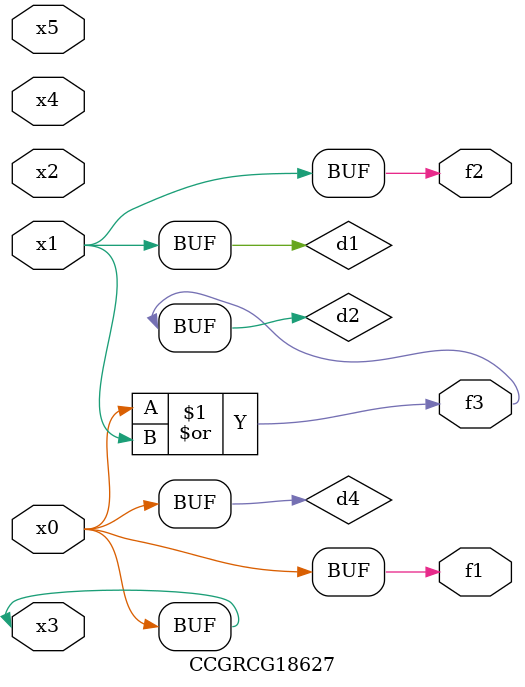
<source format=v>
module CCGRCG18627(
	input x0, x1, x2, x3, x4, x5,
	output f1, f2, f3
);

	wire d1, d2, d3, d4;

	and (d1, x1);
	or (d2, x0, x1);
	nand (d3, x0, x5);
	buf (d4, x0, x3);
	assign f1 = d4;
	assign f2 = d1;
	assign f3 = d2;
endmodule

</source>
